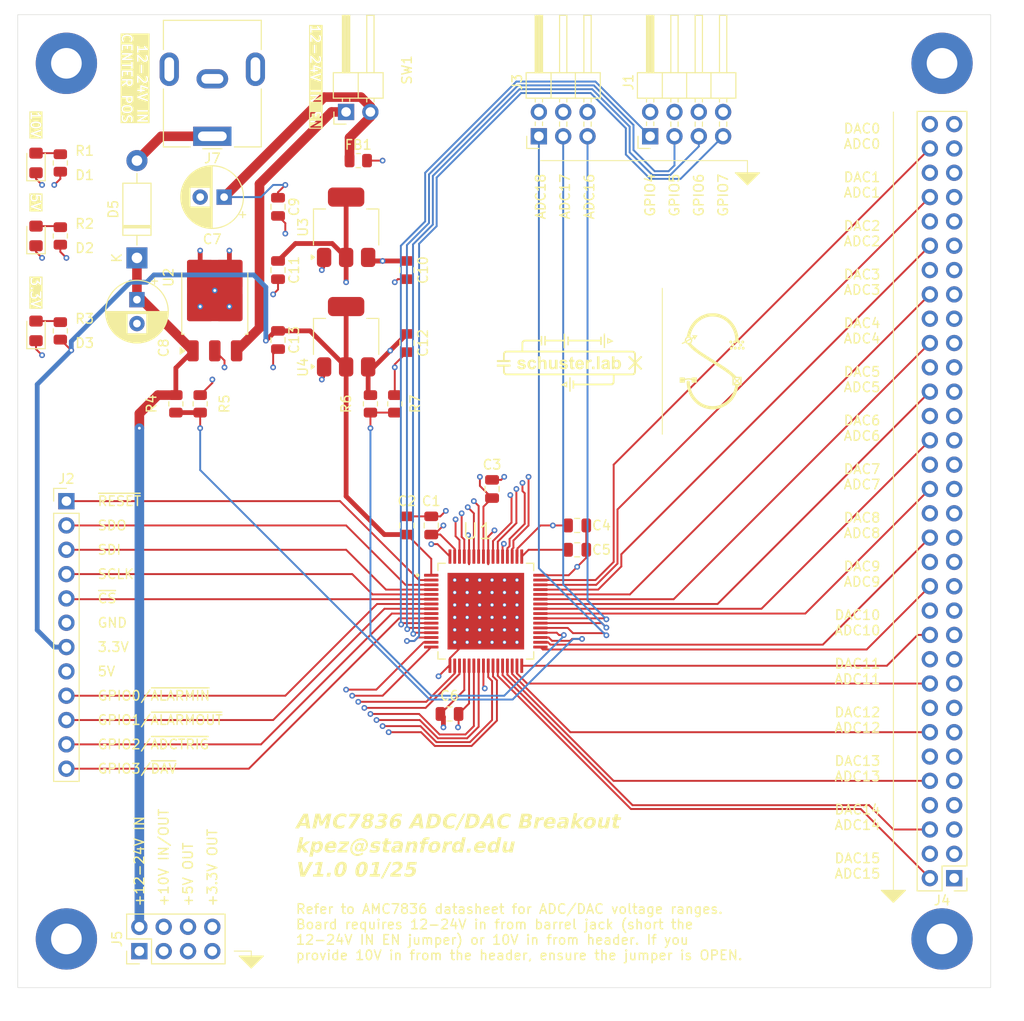
<source format=kicad_pcb>
(kicad_pcb (version 20240108) (generator "pcbnew") (generator_version "8.0")
  (layers (0 "F.Cu" signal) (1 "In1.Cu" signal) (2 "In2.Cu" signal) (3 "In3.Cu" signal) (4 "In4.Cu" signal) (31 "B.Cu" signal) (34 "B.Paste" user) (35 "F.Paste" user) (36 "B.SilkS" user "B.Silkscreen") (37 "F.SilkS" user "F.Silkscreen") (38 "B.Mask" user) (39 "F.Mask" user) (44 "Edge.Cuts" user))
  (net 0 "")
  (net 1 "GND")
  (net 2 "+5V")
  (net 3 "+3V3")
  (net 4 "+10V")
  (net 5 "Net-(U1-REF_CMP)")
  (net 6 "+36V")
  (net 7 "Net-(D1-A)")
  (net 8 "Net-(D2-A)")
  (net 9 "Net-(D3-A)")
  (net 10 "Net-(D5-A)")
  (net 11 "Net-(J2-Pin_4)")
  (net 12 "Net-(J2-Pin_12)")
  (net 13 "Net-(J2-Pin_9)")
  (net 14 "Net-(J2-Pin_3)")
  (net 15 "Net-(J2-Pin_10)")
  (net 16 "Net-(J2-Pin_11)")
  (net 17 "Net-(J2-Pin_2)")
  (net 18 "Net-(J2-Pin_5)")
  (net 19 "Net-(J2-Pin_1)")
  (net 20 "Net-(J3-Pin_1)")
  (net 21 "Net-(J3-Pin_5)")
  (net 22 "Net-(J3-Pin_3)")
  (net 23 "Net-(J1-Pin_1)")
  (net 24 "/ADC2")
  (net 25 "/ADC13")
  (net 26 "/ADC1")
  (net 27 "/DAC7")
  (net 28 "/DAC8")
  (net 29 "/DAC12")
  (net 30 "/ADC4")
  (net 31 "/DAC2")
  (net 32 "/DAC0")
  (net 33 "/DAC1")
  (net 34 "/DAC10")
  (net 35 "/ADC5")
  (net 36 "/DAC13")
  (net 37 "/ADC14")
  (net 38 "/ADC3")
  (net 39 "/DAC5")
  (net 40 "/DAC6")
  (net 41 "/ADC15")
  (net 42 "/ADC11")
  (net 43 "/DAC3")
  (net 44 "/DAC9")
  (net 45 "/ADC0")
  (net 46 "/ADC10")
  (net 47 "/ADC8")
  (net 48 "/DAC14")
  (net 49 "/DAC11")
  (net 50 "/DAC15")
  (net 51 "/ADC9")
  (net 52 "/DAC4")
  (net 53 "/ADC6")
  (net 54 "/ADC7")
  (net 55 "/ADC12")
  (net 56 "/36V_mon")
  (net 57 "/10V_mon")
  (net 58 "Net-(SW1-A)")
  (net 59 "Net-(J1-Pin_3)")
  (net 60 "Net-(J1-Pin_7)")
  (net 61 "Net-(J1-Pin_5)")
  (net 62 "Net-(SW1-B)")
  (footprint "Connector_PinHeader_2.54mm:PinHeader_2x04_P2.54mm_Vertical" (layer "F.Cu") (at 12.7 97.79 90)
    (property "Reference" "J5")
    (property "Value" "Conn_02x04_Odd_Even")
  )
  (footprint "Resistor_SMD:R_0805_2012Metric" (layer "F.Cu") (at 35.56 15.24)
    (property "Reference" "FB1")
    (property "Value" "FerriteBead")
  )
  (footprint "Resistor_SMD:R_0805_2012Metric" (layer "F.Cu") (at 4.445 23.105 90)
    (property "Reference" "R2")
    (property "Value" "10k")
  )
  (footprint "Capacitor_SMD:C_0805_2012Metric" (layer "F.Cu") (at 58.42 55.88)
    (property "Reference" "C5")
    (property "Value" "4u7")
  )
  (footprint "Capacitor_SMD:C_0805_2012Metric" (layer "F.Cu") (at 43.18 53.34 90)
    (property "Reference" "C1")
    (property "Value" "0.1u")
  )
  (footprint "LED_SMD:LED_0805_2012Metric_Pad1.15x1.40mm_HandSolder" (layer "F.Cu") (at 1.905 23.105 90)
    (property "Reference" "D2")
    (property "Value" "LED")
  )
  (footprint "Capacitor_SMD:C_0805_2012Metric" (layer "F.Cu") (at 27.178 20.066 -90)
    (property "Reference" "C9")
    (property "Value" "1 uF")
  )
  (footprint "Diode_THT:D_DO-41_SOD81_P10.16mm_Horizontal" (layer "F.Cu") (at 12.446 25.4 90)
    (property "Reference" "D5")
    (property "Value" "1N4003")
  )
  (footprint "Resistor_SMD:R_0805_2012Metric" (layer "F.Cu") (at 16.51 40.64 -90)
    (property "Reference" "R4")
    (property "Value" "47k")
  )
  (footprint "Capacitor_SMD:C_0805_2012Metric" (layer "F.Cu") (at 58.42 53.34)
    (property "Reference" "C4")
    (property "Value" "0.1u")
  )
  (footprint "Resistor_SMD:R_0805_2012Metric" (layer "F.Cu") (at 36.83 40.64 -90)
    (property "Reference" "R6")
    (property "Value" "47k")
  )
  (footprint "MountingHole:MountingHole_3.2mm_M3_Pad" (layer "F.Cu") (at 5.08 5.08)
    (property "Reference" "H1" (hide yes))
    (property "Value" "MountingHole_Pad")
  )
  (footprint "Capacitor_THT:CP_Radial_D6.3mm_P2.50mm" (layer "F.Cu") (at 21.55 19.05 180)
    (property "Reference" "C7")
    (property "Value" "22 uF")
  )
  (footprint "Connector_PinHeader_2.54mm:PinHeader_2x32_P2.54mm_Vertical" (layer "F.Cu") (at 97.79 90.17 180)
    (property "Reference" "J4")
    (property "Value" "Conn_02x32_Odd_Even")
  )
  (footprint "MountingHole:MountingHole_3.2mm_M3_Pad" (layer "F.Cu") (at 96.52 96.52)
    (property "Reference" "H4" (hide yes))
    (property "Value" "MountingHole_Pad")
  )
  (footprint "Package_TO_SOT_SMD:SOT-223-3_TabPin2" (layer "F.Cu") (at 34.29 22.2 90)
    (property "Reference" "U3")
    (property "Value" "NCP1117-5.0_SOT223")
  )
  (footprint "Resistor_SMD:R_0805_2012Metric" (layer "F.Cu") (at 19.05 40.64 90)
    (property "Reference" "R5")
    (property "Value" "4k7")
  )
  (footprint "Capacitor_SMD:C_0805_2012Metric" (layer "F.Cu") (at 27.178 33.97 -90)
    (property "Reference" "C13")
    (property "Value" "10 uF")
  )
  (footprint "Capacitor_SMD:C_0805_2012Metric" (layer "F.Cu") (at 40.64 53.34 -90)
    (property "Reference" "C2")
    (property "Value" "0.1u")
  )
  (footprint "Capacitor_SMD:C_0805_2012Metric" (layer "F.Cu") (at 49.53 49.53 90)
    (property "Reference" "C3")
    (property "Value" "0.1u")
  )
  (footprint "Connector_PinHeader_2.54mm:PinHeader_1x12_P2.54mm_Vertical" (layer "F.Cu") (at 5.08 50.8)
    (property "Reference" "J2")
    (property "Value" "Conn_01x12_Pin")
  )
  (footprint "MountingHole:MountingHole_3.2mm_M3_Pad" (layer "F.Cu") (at 96.52 5.08)
    (property "Reference" "H3" (hide yes))
    (property "Value" "MountingHole_Pad")
  )
  (footprint "Resistor_SMD:R_0805_2012Metric" (layer "F.Cu") (at 39.37 40.64 90)
    (property "Reference" "R7")
    (property "Value" "10k")
  )
  (footprint "amc7836:IC_AMC7812BSPAP" (layer "F.Cu") (at 48.88 62.29)
    (property "Reference" "U1")
    (property "Value" "AMC7836")
  )
  (footprint "lablogos:slablogo" (layer "F.Cu") (at 57.785 36.195)
    (property "Reference" "G***" (hide yes))
    (property "Value" "LOGO" (hide yes))
  )
  (footprint "Capacitor_SMD:C_0805_2012Metric" (layer "F.Cu") (at 27.178 26.67 -90)
    (property "Reference" "C11")
    (property "Value" "10 uF")
  )
  (footprint "Connector_PinHeader_2.54mm:PinHeader_2x04_P2.54mm_Horizontal" (layer "F.Cu") (at 66.04 12.7 90)
    (property "Reference" "J1")
    (property "Value" "Conn_02x04_Odd_Even")
  )
  (footprint "Capacitor_SMD:C_0805_2012Metric" (layer "F.Cu") (at 40.64 26.67 -90)
    (property "Reference" "C10")
    (property "Value" "10 uF")
  )
  (footprint "Capacitor_SMD:C_0805_2012Metric" (layer "F.Cu") (at 45.085 73.025)
    (property "Reference" "C6")
    (property "Value" "0.1u")
  )
  (footprint "lablogos:LINQSlogo" (layer "F.Cu") (at 72.39 36.195)
    (property "Reference" "G***" (hide yes))
    (property "Value" "LOGO" (hide yes))
  )
  (footprint "Package_TO_SOT_SMD:SOT-223-3_TabPin2" (layer "F.Cu") (at 34.29 33.63 90)
    (property "Reference" "U4")
    (property "Value" "NCP1117-3.3_SOT223")
  )
  (footprint "Package_TO_SOT_SMD:TO-252-3_TabPin2" (layer "F.Cu") (at 20.575 30.065 90)
    (property "Reference" "U2")
    (property "Value" "~")
  )
  (footprint "MountingHole:MountingHole_3.2mm_M3_Pad" (layer "F.Cu") (at 5.08 96.52)
    (property "Reference" "H2" (hide yes))
    (property "Value" "MountingHole_Pad")
  )
  (footprint "Resistor_SMD:R_0805_2012Metric" (layer "F.Cu") (at 4.445 33.02 90)
    (property "Reference" "R3")
    (property "Value" "10k")
  )
  (footprint "LED_SMD:LED_0805_2012Metric_Pad1.15x1.40mm_HandSolder" (layer "F.Cu") (at 1.905 33.02 90)
    (property "Reference" "D3")
    (property "Value" "LED")
  )
  (footprint "Resistor_SMD:R_0805_2012Metric" (layer "F.Cu") (at 4.445 15.485 90)
    (property "Reference" "R1")
    (property "Value" "10k")
  )
  (footprint "LED_SMD:LED_0805_2012Metric_Pad1.15x1.40mm_HandSolder" (layer "F.Cu") (at 1.905 15.485 90)
    (property "Reference" "D1")
    (property "Value" "LED")
  )
  (footprint "Capacitor_SMD:C_0805_2012Metric" (layer "F.Cu") (at 40.64 34.29 -90)
    (property "Reference" "C12")
    (property "Value" "10 uF")
  )
  (footprint "Connector_PinHeader_2.54mm:PinHeader_2x03_P2.54mm_Horizontal" (layer "F.Cu") (at 54.42 12.7 90)
    (property "Reference" "J3")
    (property "Value" "Conn_02x03_Odd_Even")
  )
  (footprint "Connector_BarrelJack:BarrelJack_CUI_PJ-063AH_Horizontal" (layer "F.Cu") (at 20.32 12.7 180)
    (property "Reference" "J7")
    (property "Value" "Barrel_Jack_MountingPin")
  )
  (footprint "Capacitor_THT:CP_Radial_D6.3mm_P2.50mm" (layer "F.Cu") (at 12.446 29.758 -90)
    (property "Reference" "C8")
    (property "Value" "22 uF")
  )
  (footprint "Connector_PinHeader_2.54mm:PinHeader_1x02_P2.54mm_Horizontal" (layer "F.Cu") (at 34.285 10.16 90)
    (property "Reference" "SW1")
    (property "Value" "SW_SPST")
  )
  (gr_line (start 76.2 15.24) (end 76.2 16.51) (stroke (width 0.1)) (layer "F.SilkS"))
  (gr_poly (pts (xy 23.114 98.298) (xy 25.654 98.298) (xy 24.384 99.568)) (stroke (width 0.1)) (fill solid) (layer "F.SilkS"))
  (gr_line (start 54.61 15.24) (end 76.2 15.24) (stroke (width 0.1)) (layer "F.SilkS"))
  (gr_line (start 24.384 97.79) (end 22.606 97.79) (stroke (width 0.1)) (layer "F.SilkS"))
  (gr_poly (pts (xy 74.93 16.51) (xy 77.47 16.51) (xy 76.2 17.78)) (stroke (width 0.1)) (fill solid) (layer "F.SilkS"))
  (gr_line (start 67.31 28.575) (end 67.31 43.815) (stroke (width 0.1)) (layer "F.SilkS"))
  (gr_poly (pts (xy 90.17 91.44) (xy 92.71 91.44) (xy 91.44 92.71)) (stroke (width 0.1)) (fill solid) (layer "F.SilkS"))
  (gr_line (start 24.384 97.79) (end 24.384 98.298) (stroke (width 0.1)) (layer "F.SilkS"))
  (gr_line (start 91.44 10.16) (end 91.44 91.44) (stroke (width 0.1)) (layer "F.SilkS"))
  (gr_rect (start 0 0) (end 101.6 101.6) (stroke (width 0.05)) (fill none) (layer "Edge.Cuts"))
  (gr_text "Refer to AMC7836 datasheet for ADC/DAC voltage ranges.\nBoard requires 12-24V in from barrel jack (short the \n12-24V IN EN jumper) or 10V in from header. If you \nprovide 10V in from the header, ensure the jumper is OPEN.\n" (at 28.956 98.806 0) (layer "F.SilkS") (effects (font (size 1 1)) (justify left bottom)))
  (gr_text "12-24V IN\nCENTER POS" (at 10.795 11.43 270) (layer "F.SilkS" knockout) (effects (font (size 1 1)) (justify right bottom)))
  (gr_text "+12-24V IN" (at 12.7 93.218 90) (layer "F.SilkS") (effects (font (size 1 1)) (justify left)))
  (gr_text "DAC8\nADC8\n" (at 90.17 53.34 0) (layer "F.SilkS") (effects (font (size 1 1)) (justify right)))
  (gr_text "DAC1\nADC1\n" (at 90.17 17.78 0) (layer "F.SilkS") (effects (font (size 1 1)) (justify right)))
  (gr_text "GPIO1/~{ALARMOUT}" (at 8.255 73.66 0) (layer "F.SilkS") (effects (font (size 1 1)) (justify left)))
  (gr_text "GPIO3/~{DAV}" (at 8.255 78.74 0) (layer "F.SilkS") (effects (font (size 1 1)) (justify left)))
  (gr_text "DAC14\nADC14" (at 90.17 83.82 0) (layer "F.SilkS") (effects (font (size 1 1)) (justify right)))
  (gr_text "ADC16" (at 59.69 16.51 90) (layer "F.SilkS") (effects (font (size 1 1)) (justify right)))
  (gr_text "DAC5\nADC5\n" (at 90.17 38.1 0) (layer "F.SilkS") (effects (font (size 1 1)) (justify right)))
  (gr_text "DAC4\nADC4\n" (at 90.17 33.02 0) (layer "F.SilkS") (effects (font (size 1 1)) (justify right)))
  (gr_text "GND" (at 8.255 63.5 0) (layer "F.SilkS") (effects (font (size 1 1)) (justify left)))
  (gr_text "3.3V" (at 8.255 66.04 0) (layer "F.SilkS") (effects (font (size 1 1)) (justify left)))
  (gr_text "+5V OUT" (at 17.78 93.218 90) (layer "F.SilkS") (effects (font (size 1 1)) (justify left)))
  (gr_text "+3.3V OUT" (at 20.32 93.218 90) (layer "F.SilkS") (effects (font (size 1 1)) (justify left)))
  (gr_text "~{CS}" (at 8.255 60.96 0) (layer "F.SilkS") (effects (font (size 1 1)) (justify left)))
  (gr_text "DAC12\nADC12\n" (at 90.17 73.66 0) (layer "F.SilkS") (effects (font (size 1 1)) (justify right)))
  (gr_text "AMC7836 ADC/DAC Breakout\nkpez@stanford.edu\nV1.0 01/25" (at 28.956 86.868 0) (layer "F.SilkS") (effects (font (size 1.5 1.5) (thickness 0.3) (bold yes) (italic yes)) (justify left)))
  (gr_text "DAC11\nADC11\n" (at 90.17 68.58 0) (layer "F.SilkS") (effects (font (size 1 1)) (justify right)))
  (gr_text "3.3V" (at 1.27 30.725 270) (layer "F.SilkS" knockout) (effects (font (size 1 1)) (justify right bottom)))
  (gr_text "DAC9\nADC9\n" (at 90.17 58.42 0) (layer "F.SilkS") (effects (font (size 1 1)) (justify right)))
  (gr_text "~{RESET}" (at 8.255 50.8 0) (layer "F.SilkS") (effects (font (size 1 1)) (justify left)))
  (gr_text "DAC3\nADC3\n" (at 90.17 27.94 0) (layer "F.SilkS") (effects (font (size 1 1)) (justify right)))
  (gr_text "+10V IN/OUT" (at 15.24 93.218 90) (layer "F.SilkS") (effects (font (size 1 1)) (justify left)))
  (gr_text "SDI" (at 8.255 55.88 0) (layer "F.SilkS") (effects (font (size 1 1)) (justify left)))
  (gr_text "GPIO0/~{ALARMIN}" (at 8.255 71.12 0) (layer "F.SilkS") (effects (font (size 1 1)) (justify left)))
  (gr_text "GPIO5" (at 68.58 16.51 90) (layer "F.SilkS") (effects (font (size 1 1)) (justify right)))
  (gr_text "DAC6\nADC6" (at 90.17 43.18 0) (layer "F.SilkS") (effects (font (size 1 1)) (justify right)))
  (gr_text "ADC18" (at 54.61 16.51 90) (layer "F.SilkS") (effects (font (size 1 1)) (justify right)))
  (gr_text "10V" (at 1.27 12.945 -90) (layer "F.SilkS" knockout) (effects (font (size 1 1)) (justify right bottom)))
  (gr_text "5V" (at 1.27 20.565 270) (layer "F.SilkS" knockout) (effects (font (size 1 1)) (justify right bottom)))
  (gr_text "12-24V IN EN" (at 30.48 12.065 270) (layer "F.SilkS" knockout) (effects (font (size 1 1)) (justify right bottom)))
  (gr_text "5V" (at 8.255 68.58 0) (layer "F.SilkS") (effects (font (size 1 1)) (justify left)))
  (gr_text "DAC0\nADC0\n" (at 90.17 12.7 0) (layer "F.SilkS") (effects (font (size 1 1)) (justify right)))
  (gr_text "DAC2\nADC2\n" (at 90.17 22.86 0) (layer "F.SilkS") (effects (font (size 1 1)) (justify right)))
  (gr_text "GPIO6" (at 71.12 16.51 90) (layer "F.SilkS") (effects (font (size 1 1)) (justify right)))
  (gr_text "SCLK" (at 8.255 58.42 0) (layer "F.SilkS") (effects (font (size 1 1)) (justify left)))
  (gr_text "DAC13\nADC13" (at 90.17 78.74 0) (layer "F.SilkS") (effects (font (size 1 1)) (justify right)))
  (gr_text "DAC15\nADC15" (at 90.17 88.9 0) (layer "F.SilkS") (effects (font (size 1 1)) (justify right)))
  (gr_text "ADC17" (at 57.15 16.51 90) (layer "F.SilkS") (effects (font (size 1 1)) (justify right)))
  (gr_text "DAC7\nADC7" (at 90.17 48.26 0) (layer "F.SilkS") (effects (font (size 1 1)) (justify right)))
  (gr_text "DAC10\nADC10\n" (at 90.17 63.5 0) (layer "F.SilkS") (effects (font (size 1 1)) (justify right)))
  (gr_text "GPIO2/~{ADCTRIG}" (at 8.255 76.2 0) (layer "F.SilkS") (effects (font (size 1 1)) (justify left)))
  (gr_text "SDO" (at 8.255 53.34 0) (layer "F.SilkS") (effects (font (size 1 1)) (justify left)))
  (gr_text "GPIO7" (at 73.66 16.51 90) (layer "F.SilkS") (effects (font (size 1 1)) (justify right)))
  (gr_text "GPIO4" (at 66.04 16.51 90) (layer "F.SilkS") (effects (font (size 1 1)) (justify right)))
  (segment (start 47.137107 63.74) (end 47.73 63.147107) (width 0.2) (layer "F.Cu") (net 1))
  (segment (start 49.13 56.59) (end 49.13 57.384968) (width 0.2) (layer "F.Cu") (net 1))
  (segment (start 39.69 27.62) (end 39.37 27.94) (width 0.2) (layer "F.Cu") (net 1))
  (segment (start 45.04 67.99) (end 43.942 69.088) (width 0.2) (layer "F.Cu") (net 1))
  (segment (start 27.178 27.62) (end 27.178 28.702) (width 0.2) (layer "F.Cu") (net 1))
  (segment (start 50.48 48.58) (end 50.8 48.26) (width 0.2) (layer "F.Cu") (net 1))
  (segment (start 19.05 39.7275) (end 20.32 38.4575) (width 0.2) (layer "F.Cu") (net 1))
  (segment (start 50.63 55.380816) (end 50.63 56.59) (width 0.2) (layer "F.Cu") (net 1))
  (segment (start 40.64 27.62) (end 39.69 27.62) (width 0.2) (layer "F.Cu") (net 1))
  (segment (start 57.538 58.54) (end 58.42 57.658) (width 0.2) (layer "F.Cu") (net 1))
  (segment (start 40.64 52.39) (end 43.18 52.39) (width 0.2) (layer "F.Cu") (net 1))
  (segment (start 47.73 63.147107) (end 47.73 62.732893) (width 0.2) (layer "F.Cu") (net 1))
  (segment (start 45.13 67.99) (end 45.04 67.99) (width 0.2) (layer "F.Cu") (net 1))
  (segment (start 49.13 54.502) (end 49.784 53.848) (width 0.2) (layer "F.Cu") (net 1))
  (segment (start 1.905 24.765) (end 2.54 25.4) (width 0.2) (layer "F.Cu") (net 1))
  (segment (start 50.759704 55.251112) (end 50.63 55.380816) (width 0.2) (layer "F.Cu") (net 1))
  (segment (start 48.172893 62.29) (end 48.88 62.29) (width 0.2) (layer "F.Cu") (net 1))
  (segment (start 27.178 34.92) (end 26.67 35.428) (width 0.2) (layer "F.Cu") (net 1))
  (segment (start 27.178 28.702) (end 26.67 29.21) (width 0.2) (layer "F.Cu") (net 1))
  (segment (start 27.178 21.016) (end 27.94 21.778) (width 0.2) (layer "F.Cu") (net 1))
  (segment (start 1.905 34.925) (end 2.54 35.56) (width 0.2) (layer "F.Cu") (net 1))
  (segment (start 39.37 39.7275) (end 39.37 36.83) (width 0.2) (layer "F.Cu") (net 1))
  (segment (start 47.13 67.99) (end 47.13 71.93) (width 0.2) (layer "F.Cu") (net 1))
  (segment (start 45.13 67.99) (end 45.13 67.195032) (width 0.2) (layer "F.Cu") (net 1))
  (segment (start 54.58 58.54) (end 57.538 58.54) (width 0.2) (layer "F.Cu") (net 1))
  (segment (start 20.575 35.105) (end 21.59 36.12) (width 0.2) (layer "F.Cu") (net 1))
  (segment (start 1.905 34.045) (end 1.905 34.925) (width 0.2) (layer "F.Cu") (net 1))
  (segment (start 44.13 52.39) (end 44.704 51.816) (width 0.2) (layer "F.Cu") (net 1))
  (segment (start 31.99 26.43) (end 31.75 26.67) (width 0.2) (layer "F.Cu") (net 1))
  (segment (start 43.18 52.39) (end 44.13 52.39) (width 0.2) (layer "F.Cu") (net 1))
  (segment (start 59.37 56.708) (end 58.42 57.658) (width 0.2) (layer "F.Cu") (net 1))
  (segment (start 46.43 65.895032) (end 46.43 64.032893) (width 0.2) (layer "F.Cu") (net 1))
  (segment (start 48.63 70.22) (end 48.768 70.358) (width 0.2) (layer "F.Cu") (net 1))
  (segment (start 27.94 21.778) (end 27.94 22.86) (width 0.2) (layer "F.Cu") (net 1))
  (segment (start 1.905 16.51) (end 1.905 17.145) (width 0.2) (layer "F.Cu") (net 1))
  (segment (start 26.67 35.428) (end 26.67 36.83) (width 0.2) (layer "F.Cu") (net 1))
  (segment (start 40.64 35.24) (end 39.37 36.51) (width 0.2) (layer "F.Cu") (net 1))
  (segment (start 45.13 56.59) (end 43.83 55.29) (width 0.2) (layer "F.Cu") (net 1))
  (segment (start 47.13 57.384968) (end 47.13 54.456) (width 0.2) (layer "F.Cu") (net 1))
  (segment (start 21.59 36.12) (end 21.59 36.83) (width 0.2) (layer "F.Cu") (net 1))
  (segment (start 59.37 55.88) (end 59.37 56.708) (width 0.2) (layer "F.Cu") (net 1))
  (segment (start 20.32 38.4575) (end 20.32 38.1) (width 0.2) (layer "F.Cu") (net 1))
  (segment (start 22.1 24.64) (end 22.098 24.638) (width 0.5) (layer "F.Cu") (net 1))
  (segment (start 46.43 64.032893) (end 46.722893 63.74) (width 0.2) (layer "F.Cu") (net 1))
  (segment (start 59.37 53.34) (end 59.37 55.88) (width 0.2) (layer "F.Cu") (net 1))
  (segment (start 19.05 27.13) (end 19.05 24.638) (width 0.5) (layer "F.Cu") (net 1))
  (segment (start 31.99 37.86) (end 31.75 38.1) (width 0.2) (layer "F.Cu") (net 1))
  (segment (start 47.13 71.93) (end 46.035 73.025) (width 0.2) (layer "F.Cu") (net 1))
  (segment (start 47.13 56.59) (end 47.13 57.384968) (width 0.2) (layer "F.Cu") (net 1))
  (segment (start 1.905 17.145) (end 2.54 17.78) (width 0.2) (layer "F.Cu") (net 1))
  (segment (start 45.13 67.195032) (end 46.43 65.895032) (width 0.2) (layer "F.Cu") (net 1))
  (segment (start 48.63 67.99) (end 48.63 70.22) (width 0.2) (layer "F.Cu") (net 1))
  (segment (start 46.035 74.361) (end 45.974 74.422) (width 0.2) (layer "F.Cu") (net 1))
  (segment (start 31.99 25.35) (end 31.99 26.43) (width 0.2) (layer "F.Cu") (net 1))
  (segment (start 47.13 54.456) (end 47.03 54.356) (width 0.2) (layer "F.Cu") (net 1))
  (segment (start 22.1 27.13) (end 22.1 24.64) (width 0.5) (layer "F.Cu") (net 1))
  (segment (start 43.83 55.29) (end 43.18 55.29) (width 0.2) (layer "F.Cu") (net 1))
  (segment (start 46.035 73.025) (end 46.035 74.361) (width 0.2) (layer "F.Cu") (net 1))
  (segment (start 31.99 36.78) (end 31.99 37.86) (width 0.2) (layer "F.Cu") (net 1))
  (segment (start 47.73 62.732893) (end 48.172893 62.29) (width 0.2) (layer "F.Cu") (net 1))
  (segment (start 49.13 57.384968) (end 49.13 54.502) (width 0.2) (layer "F.Cu") (net 1))
  (segment (start 39.37 36.51) (end 39.37 36.83) (width 0.2) (layer "F.Cu") (net 1))
  (segment (start 46.722893 63.74) (end 47.137107 63.74) (width 0.2) (layer "F.Cu") (net 1))
  (segment (start 1.905 24.13) (end 1.905 24.765) (width 0.2) (layer "F.Cu") (net 1))
  (segment (start 49.53 48.58) (end 50.48 48.58) (width 0.2) (layer "F.Cu") (net 1))
  (via (at 39.37 36.83) (size 0.6) (drill 0.3) (layers "F.Cu" "B.Cu") (net 1))
  (via (at 21.59 36.83) (size 0.6) (drill 0.3) (layers "F.Cu" "B.Cu") (net 1))
  (via (at 19.05 30.48) (size 0.6) (drill 0.3) (layers "F.Cu" "B.Cu") (net 1))
  (via (at 58.42 57.658) (size 0.6) (drill 0.3) (layers "F.Cu" "B.Cu") (net 1))
  (via (at 22.1 30.48) (size 0.6) (drill 0.3) (layers "F.Cu" "B.Cu") (net 1))
  (via (at 43.18 55.29) (size 0.6) (drill 0.3) (layers "F.Cu" "B.Cu") (net 1))
  (via (at 45.974 74.422) (size 0.6) (drill 0.3) (layers "F.Cu" "B.Cu") (net 1))
  (via (at 39.37 27.94) (size 0.6) (drill 0.3) (layers "F.Cu" "B.Cu") (net 1))
  (via (at 22.098 24.638) (size 0.6) (drill 0.3) (layers "F.Cu" "B.Cu") (net 1))
  (via (at 2.54 17.78) (size 0.6) (drill 0.3) (layers "F.Cu" "B.Cu") (net 1))
  (via (at 47.03 54.356) (size 0.6) (drill 0.3) (layers "F.Cu" "B.Cu") (net 1))
  (via (at 2.54 35.56) (size 0.6) (drill 0.3) (layers "F.Cu" "B.Cu") (net 1))
  (via (at 27.94 22.86) (size 0.6) (drill 0.3) (layers "F.Cu" "B.Cu") (net 1))
  (via (at 26.67 29.21) (size 0.6) (drill 0.3) (layers "F.Cu" "B.Cu") (net 1))
  (via (at 44.704 51.816) (size 0.6) (drill 0.3) (layers "F.Cu" "B.Cu") (net 1))
  (via (at 50.759704 55.251112) (size 0.6) (drill 0.3) (layers "F.Cu" "B.Cu") (net 1))
  (via (at 49.784 53.848) (size 0.6) (drill 0.3) (layers "F.Cu" "B.Cu") (net 1))
  (via (at 20.575 28.805) (size 0.6) (drill 0.3) (layers "F.Cu" "B.Cu") (net 1))
  (via (at 20.32 38.1) (size 0.6) (drill 0.3) (layers "F.Cu" "B.Cu") (net 1))
  (via (at 31.75 26.67) (size 0.6) (drill 0.3) (layers "F.Cu" "B.Cu") (net 1))
  (via (at 43.942 69.088) (size 0.6) (drill 0.3) (layers "F.Cu" "B.Cu") (net 1))
  (via (at 19.05 24.638) (size 0.6) (drill 0.3) (layers "F.Cu" "B.Cu") (net 1))
  (via (at 26.67 36.83) (size 0.6) (drill 0.3) (layers "F.Cu" "B.Cu") (net 1))
  (via (at 2.54 25.4) (size 0.6) (drill 0.3) (layers "F.Cu" "B.Cu") (net 1))
  (via (at 48.768 70.358) (size 0.6) (drill 0.3) (layers "F.Cu" "B.Cu") (net 1))
  (via (at 50.8 48.26) (size 0.6) (drill 0.3) (layers "F.Cu" "B.Cu") (net 1))
  (via (at 31.75 38.1) (size 0.6) (drill 0.3) (layers "F.Cu" "B.Cu") (net 1))
  (segment (start 4.445 24.765) (end 5.08 25.4) (width 0.2) (layer "F.Cu") (net 2))
  (segment (start 34.29 25.35) (end 32.84 23.9) (width 0.5) (layer "F.Cu") (net 2))
  (segment (start 44.124968 54.29) (end 43.18 54.29) (width 0.2) (layer "F.Cu") (net 2))
  (segment (start 34.29 19.05) (end 34.29 25.35) (width 0.5) (layer "F.Cu") (net 2))
  (segment (start 52.18 56.54) (end 52.18 55.745032) (width 0.2) (layer "F.Cu") (net 2))
  (segment (start 34.29 25.35) (end 34.29 27.94) (width 0.5) (layer "F.Cu") (net 2))
  (segment (start 52.18 55.745032) (end 54.585032 53.34) (width 0.2) (layer "F.Cu") (net 2))
  (segment (start 28.998 23.9) (end 27.178 25.72) (width 0.5) (layer "F.Cu") (net 2))
  (segment (start 45.63 56.59) (end 45.63 55.795032) (width 0.2) (layer "F.Cu") (net 2))
  (segment (start 43.5 54.29) (end 44.45 53.34) (width 0.2) (layer "F.Cu") (net 2))
  (segment (start 54.585032 53.34) (end 55.88 53.34) (width 0.2) (layer "F.Cu") (net 2))
  (segment (start 52.13 56.59) (end 52.18 56.54) (width 0.2) (layer "F.Cu") (net 2))
  (segment (start 4.445 24.0175) (end 4.445 24.765) (width 0.2) (layer "F.Cu") (net 2))
  (segment (start 57.47 53.34) (end 55.88 53.34) (width 0.2) (layer "F.Cu") (net 2))
  (segment (start 43.18 54.29) (end 43.5 54.29) (width 0.2) (layer "F.Cu") (net 2))
  (segment (start 45.63 55.795032) (end 44.124968 54.29) (width 0.2) (layer "F.Cu") (net 2))
  (segment (start 32.84 23.9) (end 28.998 23.9) (width 0.5) (layer "F.Cu") (net 2))
  (via (at 34.29 27.94) (size 0.6) (drill 0.3) (layers "F.Cu" "B.Cu") (net 2))
  (via (at 5.08 25.4) (size 0.6) (drill 0.3) (layers "F.Cu" "B.Cu") (net 2))
  (via (at 44.45 53.34) (size 0.6) (drill 0.3) (layers "F.Cu" "B.Cu") (net 2))
  (via (at 55.88 53.34) (size 0.6) (drill 0.3) (layers "F.Cu" "B.Cu") (net 2))
  (segment (start 34.29 36.78) (end 34.29 50.292) (width 0.5) (layer "F.Cu") (net 3))
  (segment (start 43.18 56.83) (end 43.18 58.54) (width 0.2) (layer "F.Cu") (net 3))
  (segment (start 34.29 36.78) (end 30.53 33.02) (width 0.5) (layer "F.Cu") (net 3))
  (segment (start 40.64 54.29) (end 43.18 56.83) (width 0.2) (layer "F.Cu") (net 3))
  (segment (start 30.53 33.02) (end 27.178 33.02) (width 0.5) (layer "F.Cu") (net 3))
  (segment (start 34.29 30.48) (end 34.29 36.78) (width 0.5) (layer "F.Cu") (net 3))
  (segment (start 26.924 33.02) (end 25.908 34.036) (width 0.5) (layer "F.Cu") (net 3))
  (segment (start 4.4685 33.9325) (end 5.588 35.052) (width 0.2) (layer "F.Cu") (net 3))
  (segment (start 34.29 50.292) (end 38.288 54.29) (width 0.5) (layer "F.Cu") (net 3))
  (segment (start 38.288 54.29) (end 40.64 54.29) (width 0.5) (layer "F.Cu") (net 3))
  (segment (start 4.445 33.9325) (end 4.4685 33.9325) (width 0.2) (layer "F.Cu") (net 3))
  (segment (start 27.178 33.02) (end 26.924 33.02) (width 0.5) (layer "F.Cu") (net 3))
  (via (at 25.908 34.036) (size 0.6) (drill 0.3) (layers "F.Cu" "B.Cu") (net 3))
  (via (at 5.588 35.052) (size 0.6) (drill 0.3) (layers "F.Cu" "B.Cu") (net 3))
  (segment (start 5.588 34.116) (end 5.588 35.052) (width 0.5) (layer "B.Cu") (net 3))
  (segment (start 25.908 28.448) (end 24.638 27.178) (width 0.5) (layer "B.Cu") (net 3))
  (segment (start 2.032 38.608) (end 5.588 35.052) (width 0.5) (layer "B.Cu") (net 3))
  (segment (start 24.638 27.178) (end 14.224 27.178) (width 0.5) (layer "B.Cu") (net 3))
  (segment (start 14.224 27.178) (end 13.462 27.94) (width 0.5) (layer "B.Cu") (net 3))
  (segment (start 5.08 66.04) (end 3.81 66.04) (width 0.5) (layer "B.Cu") (net 3))
  (segment (start 13.462 27.94) (end 11.764 27.94) (width 0.5) (layer "B.Cu") (net 3))
  (segment (start 25.908 34.036) (end 25.908 28.448) (width 0.5) (layer "B.Cu") (net 3))
  (segment (start 2.032 64.262) (end 2.032 38.608) (width 0.5) (layer "B.Cu") (net 3))
  (segment (start 3.81 66.04) (end 2.032 64.262) (width 0.5) (layer "B.Cu") (net 3))
  (segment (start 11.764 27.94) (end 5.588 34.116) (width 0.5) (layer "B.Cu") (net 3))
  (segment (start 4.445 17.145) (end 3.81 17.78) (width 0.2) (layer "F.Cu") (net 4))
  (segment (start 44.45 74.422) (end 44.45 73.34) (width 0.5) (layer "F.Cu") (net 4))
  (segment (start 36.59 39.4875) (end 36.83 39.7275) (width 0.5) (layer "F.Cu") (net 4))
  (segment (start 46.63 70.53) (end 46.63 67.99) (width 0.2) (layer "F.Cu") (net 4))
  (segment (start 44.135 73.025) (end 46.63 70.53) (width 0.2) (layer "F.Cu") (net 4))
  (segment (start 49.53 50.48) (end 48.63 51.38) (width 0.2) (layer "F.Cu") (net 4))
  (segment (start 48.63 51.38) (end 48.63 56.59) (width 0.2) (layer "F.Cu") (net 4))
  (segment (start 36.59 36.78) (end 37.2 36.78) (width 0.5) (layer "F.Cu") (net 4))
  (segment (start 40.64 25.72) (end 36.96 25.72) (width 0.5) (layer "F.Cu") (net 4))
  (segment (start 4.445 16.3975) (end 4.445 17.145) (width 0.2) (layer "F.Cu") (net 4))
  (segment (start 48.26 49.21) (end 48.26 48.26) (width 0.2) (layer "F.Cu") (net 4))
  (segment (start 36.4725 15.24) (end 38.1 15.24) (width 0.2) (layer "F.Cu") (net 4))
  (segment (start 40.64 33.34) (end 38.895 35.085) (width 0.5) (layer "F.Cu") (net 4))
  (segment (start 37.2 36.78) (end 38.895 35.085) (width 0.5) (layer "F.Cu") (net 4))
  (segment (start 36.96 25.72) (end 36.59 25.35) (width 0.5) (layer "F.Cu") (net 4))
  (segment (start 38.1 25.72) (end 36.96 25.72) (width 0.5) (layer "F.Cu") (net 4))
  (segment (start 49.53 50.48) (end 48.26 49.21) (width 0.2) (layer "F.Cu") (net 4))
  (segment (start 36.59 36.78) (end 36.59 39.4875) (width 0.5) (layer "F.Cu") (net 4))
  (segment (start 44.45 73.34) (end 44.135 73.025) (width 0.5) (layer "F.Cu") (net 4))
  (via (at 44.45 74.422) (size 0.6) (drill 0.3) (layers "F.Cu" "B.Cu") (net 4))
  (via (at 38.895 35.085) (size 0.6) (drill 0.3) (layers "F.Cu" "B.Cu") (net 4))
  (via (at 38.1 25.72) (size 0.6) (drill 0.3) (layers "F.Cu" "B.Cu") (net 4))
  (via (at 48.26 48.26) (size 0.6) (drill 0.3) (layers "F.Cu" "B.Cu") (net 4))
  (via (at 38.1 15.24) (size 0.6) (drill 0.3) (layers "F.Cu" "B.Cu") (net 4))
  (via (at 3.81 17.78) (size 0.6) (drill 0.3) (layers "F.Cu" "B.Cu") (net 4))
  (segment (start 53.34 55.88) (end 57.47 55.88) (width 0.2) (layer "F.Cu") (net 5))
  (segment (start 52.63 56.59) (end 53.34 55.88) (width 0.2) (layer "F.Cu") (net 5))
  (segment (start 12.948 29.758) (end 18.295 35.105) (width 1) (layer "F.Cu") (net 6))
  (segment (start 12.446 25.4) (end 12.446 29.758) (width 1) (layer "F.Cu") (net 6))
  (segment (start 12.7 43.18) (end 12.7 41.656) (width 1) (layer "F.Cu") (net 6))
  (segment (start 16.51 39.7275) (end 16.51 36.89) (width 0.5) (layer "F.Cu") (net 6))
  (segment (start 14.6285 39.7275) (end 16.51 39.7275) (width 1) (layer "F.Cu") (net 6))
  (segment (start 12.446 29.758) (end 12.948 29.758) (width 1) (layer "F.Cu") (net 6))
  (segment (start 12.7 41.656) (end 14.6285 39.7275) (width 1) (layer "F.Cu") (net 6))
  (segment (start 16.51 36.89) (end 18.295 35.105) (width 0.5) (layer "F.Cu") (net 6))
  (via (at 12.7 43.18) (size 0.6) (drill 0.3) (layers "F.Cu" "B.Cu") (net 6))
  (segment (start 12.7 95.25) (end 12.7 43.18) (width 1) (layer "B.Cu") (net 6))
  (segment (start 4.3325 14.46) (end 4.445 14.5725) (width 0.2) (layer "F.Cu") (net 7))
  (segment (start 1.905 14.46) (end 4.3325 14.46) (width 0.2) (layer "F.Cu") (net 7))
  (segment (start 4.3325 22.08) (end 4.445 22.1925) (width 0.2) (layer "F.Cu") (net 8))
  (segment (start 1.905 22.08) (end 4.3325 22.08) (width 0.2) (layer "F.Cu") (net 8))
  (segment (start 4.3325 31.995) (end 4.445 32.1075) (width 0.2) (layer "F.Cu") (net 9))
  (segment (start 1.905 31.995) (end 4.3325 31.995) (width 0.2) (layer "F.Cu") (net 9))
  (segment (start 14.986 12.7) (end 12.446 15.24) (width 1) (layer "F.Cu") (net 10))
  (segment (start 20.32 12.7) (end 14.986 12.7) (width 1) (layer "F.Cu") (net 10))
  (segment (start 34.925 58.42) (end 5.08 58.42) (width 0.2) (layer "F.Cu") (net 11))
  (segment (start 43.18 60.54) (end 37.045 60.54) (width 0.2) (layer "F.Cu") (net 11))
  (segment (start 37.045 60.54) (end 34.925 58.42) (width 0.2) (layer "F.Cu") (net 11))
  (segment (start 24.13 78.74) (end 5.08 78.74) (width 0.2) (layer "F.Cu") (net 12))
  (segment (start 43.18 63.04) (end 39.83 63.04) (width 0.2) (layer "F.Cu") (net 12))
  (segment (start 39.83 63.04) (end 24.13 78.74) (width 0.2) (layer "F.Cu") (net 12))
  (segment (start 27.94 71.12) (end 5.08 71.12) (width 0.2) (layer "F.Cu") (net 13))
  (segment (start 37.52 61.54) (end 27.94 71.12) (width 0.2) (layer "F.Cu") (net 13))
  (segment (start 43.18 61.54) (end 37.52 61.54) (width 0.2) (layer "F.Cu") (net 13))
  (segment (start 38.45 60.04) (end 34.29 55.88) (width 0.2) (layer "F.Cu") (net 14))
  (segment (start 43.18 60.04) (end 38.45 60.04) (width 0.2) (layer "F.Cu") (net 14))
  (segment (start 34.29 55.88) (end 5.08 55.88) (width 0.2) (layer "F.Cu") (net 14))
  (segment (start 26.67 73.66) (end 5.08 73.66) (width 0.2) (layer "F.Cu") (net 15))
  (segment (start 43.18 62.04) (end 38.29 62.04) (width 0.2) (layer "F.Cu") (net 15))
  (segment (start 38.29 62.04) (end 26.67 73.66) (width 0.2) (layer "F.Cu") (net 15))
  (segment (start 5.08 76.2) (end 25.4 76.2) (width 0.2) (layer "F.Cu") (net 16))
  (segment (start 25.4 76.2) (end 39.06 62.54) (width 0.2) (layer "F.Cu") (net 16))
  (segment (start 39.06 62.54) (end 43.18 62.54) (width 0.2) (layer "F.Cu") (net 16))
  (segment (start 34.29 53.34) (end 5.08 53.34) (width 0.2) (layer "F.Cu") (net 17))
  (segment (start 40.49 59.54) (end 34.29 53.34) (width 0.2) (layer "F.Cu") (net 17))
  (segment (start 43.18 59.54) (end 40.49 59.54) (width 0.2) (layer "F.Cu") (net 17))
  (segment (start 5.16 61.04) (end 5.08 60.96) (width 0.2) (layer "F.Cu") (net 18))
  (segment (start 43.18 61.04) (end 5.16 61.04) (width 0.2) (layer "F.Cu") (net 18))
  (segment (start 33.655 50.8) (end 5.08 50.8) (width 0.2) (layer "F.Cu") (net 19))
  (segment (start 41.895 59.04) (end 33.655 50.8) (width 0.2) (layer "F.Cu") (net 19))
  (segment (start 43.18 59.04) (end 41.895 59.04) (width 0.2) (layer "F.Cu") (net 19))
  (segment (start 57.982 64.586) (end 57.436 64.04) (width 0.2) (layer "F.Cu") (net 20))
  (segment (start 61.245997 64.586) (end 57.982 64.586) (width 0.2) (layer "F.Cu") (net 20))
  (segment (start 57.436 64.04) (end 54.58 64.04) (width 0.2) (layer "F.Cu") (net 20))
  (segment (start 61.468 64.808003) (end 61.245997 64.586) (width 0.2) (layer "F.Cu") (net 20))
  (via (at 61.468 64.808003) (size 0.6) (drill 0.3) (layers "F.Cu" "B.Cu") (net 20))
  (segment (start 61.468 64.808003) (end 61.267997 64.608) (width 0.2) (layer "B.Cu") (net 20))
  (segment (start 54.42 57.808529) (end 54.42 12.7) (width 0.2) (layer "B.Cu") (net 20))
  (segment (start 61.267997 64.608) (end 61.219471 64.608) (width 0.2) (layer "B.Cu") (net 20))
  (segment (start 61.219471 64.608) (end 54.42 57.808529) (width 0.2) (layer "B.Cu") (net 20))
  (segment (start 61.368 63.04) (end 54.58 63.04) (width 0.2) (layer "F.Cu") (net 21))
  (segment (start 61.468 63.14) (end 61.368 63.04) (width 0.2) (layer "F.Cu") (net 21))
  (via (at 61.468 63.14) (size 0.6) (drill 0.3) (layers "F.Cu" "B.Cu") (net 21))
  (segment (start 59.5 61.172) (end 59.5 12.7) (width 0.2) (layer "B.Cu") (net 21))
  (segment (start 61.468 63.14) (end 59.5 61.172) (width 0.2) (layer "B.Cu") (net 21))
  (segment (start 61 63.54) (end 54.58 63.54) (width 0.2) (layer "F.Cu") (net 22))
  (segment (start 61.468 64.008) (end 61 63.54) (width 0.2) (layer "F.Cu") (net 22))
  (via (at 61.468 64.008) (size 0.6) (drill 0.3) (layers "F.Cu" "B.Cu") (net 22))
  (segment (start 61.468 64.008) (end 56.96 59.5) (width 0.2) (layer "B.Cu") (net 22))
  (segment (start 56.96 59.5) (end 56.96 12.7) (width 0.2) (layer "B.Cu") (net 22))
  (segment (start 40.04 63.678528) (end 40.178528 63.54) (width 0.2) (layer "F.Cu") (net 23))
  (segment (start 40.178528 63.54) (end 43.18 63.54) (width 0.2) (layer "F.Cu") (net 23))
  (via (at 40.04 63.678528) (size 0.6) (drill 0.3) (layers "F.Cu" "B.Cu") (net 23))
  (segment (start 40.005 63.643528) (end 40.005 24.13) (width 0.2) (layer "B.Cu") (net 23))
  (segment (start 40.005 24.13) (end 42.545 21.59) (width 0.2) (layer "B.Cu") (net 23))
  (segment (start 42.545 16.51) (end 52.07 6.985) (width 0.2) (layer "B.Cu") (net 23))
  (segment (start 42.545 21.59) (end 42.545 16.51) (width 0.2) (layer "B.Cu") (net 23))
  (segment (start 40.04 63.678528) (end 40.005 63.643528) (width 0.2) (layer "B.Cu") (net 23))
  (segment (start 60.325 6.985) (end 66.04 12.7) (width 0.2) (layer "B.Cu") (net 23))
  (segment (start 52.07 6.985) (end 60.325 6.985) (width 0.2) (layer "B.Cu") (net 23))
  (segment (start 60.61 60.04) (end 54.58 60.04) (width 0.2) (layer "F.Cu") (net 24))
  (segment (start 95.25 24.13) (end 63.03 56.35) (width 0.2) (layer "F.Cu") (net 24))
  (segment (start 63.03 56.35) (end 63.03 57.62) (width 0.2) (layer "F.Cu") (net 24))
  (segment (start 63.03 57.62) (end 60.61 60.04) (width 0.2) (layer "F.Cu") (net 24))
  (segment (start 51.13 68.91634) (end 51.13 67.99) (width 0.2) (layer "F.Cu") (net 25))
  (segment (start 62.22366 80.01) (end 51.13 68.91634) (width 0.2) (layer "F.Cu") (net 25))
  (segment (start 95.25 80.01) (end 62.22366 80.01) (width 0.2) (layer "F.Cu") (net 25))
  (segment (start 60.405686 59.54) (end 54.58 59.54) (width 0.2) (layer "F.Cu") (net 26))
  (segment (start 62.63 51.67) (end 62.63 57.315686) (width 0.2) (layer "F.Cu") (net 26))
  (segment (start 62.63 57.315686) (end 60.405686 59.54) (width 0.2) (layer "F.Cu") (net 26))
  (segment (start 95.25 19.05) (end 62.63 51.67) (width 0.2) (layer "F.Cu") (net 26))
  (segment (start 50.038 73.717686) (end 50.038 69.521398) (width 0.2) (layer "F.Cu") (net 27))
  (segment (start 50.038 69.521398) (end 49.63 69.113398) (width 0.2) (layer "F.Cu") (net 27))
  (segment (start 42.117942 74.93) (end 43.552942 76.365) (width 0.2) (layer "F.Cu") (net 27))
  (segment (start 49.63 69.113398) (end 49.63 67.99) (width 0.2) (layer "F.Cu") (net 27))
  (segment (start 43.552942 76.365) (end 47.390686 76.365) (width 0.2) (layer "F.Cu") (net 27))
  (segment (start 38.735 74.93) (end 42.117942 74.93) (width 0.2) (layer "F.Cu") (net 27))
  (segment (start 47.390686 76.365) (end 50.038 73.717686) (width 0.2) (layer "F.Cu") (net 27))
  (via (at 38.735 74.93) (size 0.6) (drill 0.3) (layers "F.Cu" "B.Cu") (net 27))
  (segment (start 51.759704 55.665327) (end 51.63 55.795031) (width 0.2) (layer "F.Cu") (net 28))
  (segment (start 51.63 55.795031) (end 51.63 56.59) (width 0.2) (layer "F.Cu") (net 28))
  (segment (start 53.34 53.34) (end 51.759704 54.920296) (width 0.2) (layer "F.Cu") (net 28))
  (segment (start 53.34 48.26) (end 53.34 53.34) (width 0.2) (layer "F.Cu") (net 28))
  (segment (start 51.759704 54.920296) (end 51.759704 55.665327) (width 0.2) (layer "F.Cu") (net 28))
  (via (at 53.34 48.26) (size 0.6) (drill 0.3) (layers "F.Cu" "B.Cu") (net 28))
  (segment (start 47.625 50.8) (end 48.13 51.305) (width 0.2) (layer "F.Cu") (net 29))
  (segment (start 48.13 51.305) (end 48.13 56.59) (width 0.2) (layer "F.Cu") (net 29))
  (via (at 47.625 50.8) (size 0.6) (drill 0.3) (layers "F.Cu" "B.Cu") (net 29))
  (segment (start 68.5 61.04) (end 54.58 61.04) (width 0.2) (layer "F.Cu") (net 30))
  (segment (start 95.25 34.29) (end 68.5 61.04) (width 0.2) (layer "F.Cu") (net 30))
  (segment (start 45.63 68.784968) (end 45.63 67.99) (width 0.2) (layer "F.Cu") (net 31))
  (segment (start 42.659968 71.755) (end 45.63 68.784968) (width 0.2) (layer "F.Cu") (net 31))
  (segment (start 35.56 71.755) (end 42.659968 71.755) (width 0.2) (layer "F.Cu") (net 31))
  (via (at 35.56 71.755) (size 0.6) (drill 0.3) (layers "F.Cu" "B.Cu") (net 31))
  (segment (start 43.18 65.54) (end 42.385032 65.54) (width 0.2) (layer "F.Cu") (net 32))
  (segment (start 42.385032 65.54) (end 37.440032 70.485) (width 0.2) (layer "F.Cu") (net 32))
  (segment (start 37.440032 70.485) (end 34.29 70.485) (width 0.2) (layer "F.Cu") (net 32))
  (via (at 34.29 70.485) (size 0.6) (drill 0.3) (layers "F.Cu" "B.Cu") (net 32))
  (segment (start 38.1 71.12) (end 34.925 71.12) (width 0.2) (layer "F.Cu") (net 33))
  (segment (start 43.18 66.04) (end 38.1 71.12) (width 0.2) (layer "F.Cu") (net 33))
  (via (at 34.925 71.12) (size 0.6) (drill 0.3) (layers "F.Cu" "B.Cu") (net 33))
  (segment (start 52.07 49.53) (end 52.07 53.092287) (width 0.2) (layer "F.Cu") (net 34))
  (segment (start 52.07 53.092287) (end 50.13 55.032287) (width 0.2) (layer "F.Cu") (net 34))
  (segment (start 50.13 55.032287) (end 50.13 56.59) (width 0.2) (layer "F.Cu") (net 34))
  (via (at 52.07 49.53) (size 0.6) (drill 0.3) (layers "F.Cu" "B.Cu") (net 34))
  (segment (start 73.08 61.54) (end 54.58 61.54) (width 0.2) (layer "F.Cu") (net 35))
  (segment (start 95.25 39.37) (end 73.08 61.54) (width 0.2) (layer "F.Cu") (net 35))
  (segment (start 47.63 52.075) (end 47.63 56.59) (width 0.2) (layer "F.Cu") (net 36))
  (segment (start 46.99 51.435) (end 47.63 52.075) (width 0.2) (layer "F.Cu") (net 36))
  (via (at 46.99 51.435) (size 0.6) (drill 0.3) (layers "F.Cu" "B.Cu") (net 36))
  (segment (start 64.197974 82.55) (end 50.63 68.982026) (width 0.2) (layer "F.Cu") (net 37))
  (segment (start 91.44 85.09) (end 88.9 82.55) (width 0.2) (layer "F.Cu") (net 37))
  (segment (start 88.9 82.55) (end 64.197974 82.55) (width 0.2) (layer "F.Cu") (net 37))
  (segment (start 50.63 68.982026) (end 50.63 67.99) (width 0.2) (layer "F.Cu") (net 37))
  (segment (start 95.25 85.09) (end 91.44 85.09) (width 0.2) (layer "F.Cu") (net 37))
  (segment (start 95.25 29.21) (end 63.92 60.54) (width 0.2) (layer "F.Cu") (net 38))
  (segment (start 63.92 60.54) (end 54.58 60.54) (width 0.2) (layer "F.Cu") (net 38))
  (segment (start 48.13 74.355686) (end 48.13 67.99) (width 0.2) (layer "F.Cu") (net 39))
  (segment (start 46.920686 75.565) (end 48.13 74.355686) (width 0.2) (layer "F.Cu") (net 39))
  (segment (start 41.979314 73.66) (end 43.884314 75.565) (width 0.2) (layer "F.Cu") (net 39))
  (segment (start 43.884314 75.565) (end 46.920686 75.565) (width 0.2) (layer "F.Cu") (net 39))
  (segment (start 37.465 73.66) (end 41.979314 73.66) (width 0.2) (layer "F.Cu") (net 39))
  (via (at 37.465 73.66) (size 0.6) (drill 0.3) (layers "F.Cu" "B.Cu") (net 39))
  (segment (start 49.53 69.579084) (end 49.13 69.179084) (width 0.2) (layer "F.Cu") (net 40))
  (segment (start 43.718628 75.965) (end 47.225 75.965) (width 0.2) (layer "F.Cu") (net 40))
  (segment (start 42.048628 74.295) (end 43.718628 75.965) (width 0.2) (layer "F.Cu") (net 40))
  (segment (start 49.13 69.179084) (end 49.13 67.99) (width 0.2) (layer "F.Cu") (net 40))
  (segment (start 38.1 74.295) (end 42.048628 74.295) (width 0.2) (layer "F.Cu") (net 40))
  (segment (start 49.53 73.66) (end 49.53 69.579084) (width 0.2) (layer "F.Cu") (net 40))
  (segment (start 47.225 75.965) (end 49.53 73.66) (width 0.2) (layer "F.Cu") (net 40))
  (via (at 38.1 74.295) (size 0.6) (drill 0.3) (layers "F.Cu" "B.Cu") (net 40))
  (segment (start 64.032288 82.95) (end 50.13 69.047712) (width 0.2) (layer "F.Cu") (net 41))
  (segment (start 95.25 90.17) (end 88.03 82.95) (width 0.2) (layer "F.Cu") (net 41))
  (segment (start 88.03 82.95) (end 64.032288 82.95) (width 0.2) (layer "F.Cu") (net 41))
  (segment (start 50.13 69.047712) (end 50.13 67.99) (width 0.2) (layer "F.Cu") (net 41))
  (segment (start 53.195032 69.85) (end 52.13 68.784968) (width 0.2) (layer "F.Cu") (net 42))
  (segment (start 95.25 69.85) (end 53.195032 69.85) (width 0.2) (layer "F.Cu") (net 42))
  (segment (start 52.13 68.784968) (end 52.13 67.99) (width 0.2) (layer "F.Cu") (net 42))
  (segment (start 42.590654 72.39) (end 46.13 68.850654) (width 0.2) (layer "F.Cu") (net 43))
  (segment (start 36.195 72.39) (end 42.590654 72.39) (width 0.2) (layer "F.Cu") (net 43))
  (segment (start 46.13 68.850654) (end 46.13 67.99) (width 0.2) (layer "F.Cu") (net 43))
  (via (at 36.195 72.39) (size 0.6) (drill 0.3) (layers "F.Cu" "B.Cu") (net 43))
  (segment (start 52.94 53.174314) (end 51.359704 54.75461) (width 0.2) (layer "F.Cu") (net 44))
  (segment (start 52.94 49.978529) (end 52.94 53.174314) (width 0.2) (layer "F.Cu") (net 44))
  (segment (start 51.13 55.729345) (end 51.13 56.59) (width 0.2) (layer "F.Cu") (net 44))
  (segment (start 52.705 49.743529) (end 52.94 49.978529) (width 0.2) (layer "F.Cu") (net 44))
  (segment (start 52.705 48.895) (end 52.705 49.743529) (width 0.2) (layer "F.Cu") (net 44))
  (segment (start 51.359704 55.499641) (end 51.13 55.729345) (width 0.2) (layer "F.Cu") (net 44))
  (segment (start 51.359704 54.75461) (end 51.359704 55.499641) (width 0.2) (layer "F.Cu") (net 44))
  (via (at 52.705 48.895) (size 0.6) (drill 0.3) (layers "F.Cu" "B.Cu") (net 44))
  (segment (start 62.23 57.15) (end 60.34 59.04) (width 0.2) (layer "F.Cu") (net 45))
  (segment (start 60.34 59.04) (end 54.58 59.04) (width 0.2) (layer "F.Cu") (net 45))
  (segment (start 95.25 13.97) (end 62.23 46.99) (width 0.2) (layer "F.Cu") (net 45))
  (segment (start 62.23 46.99) (end 62.23 57.15) (width 0.2) (layer "F.Cu") (net 45))
  (segment (start 90.76 67.99) (end 52.63 67.99) (width 0.2) (layer "F.Cu") (net 46))
  (segment (start 93.98 64.77) (end 90.76 67.99) (width 0.2) (layer "F.Cu") (net 46))
  (segment (start 95.25 64.77) (end 93.98 64.77) (width 0.2) (layer "F.Cu") (net 46))
  (segment (start 95.25 54.61) (end 84.074 65.786) (width 0.2) (layer "F.Cu") (net 47))
  (segment (start 84.074 65.786) (end 55.620968 65.786) (width 0.2) (layer "F.Cu") (net 47))
  (segment (start 55.374968 65.54) (end 54.58 65.54) (width 0.2) (layer "F.Cu") (net 47))
  (segment (start 55.620968 65.786) (end 55.374968 65.54) (width 0.2) (layer "F.Cu") (net 47))
  (segment (start 46.63 54.804529) (end 46.63 56.59) (width 0.2) (layer "F.Cu") (net 48))
  (segment (start 46.355 54.529529) (end 46.63 54.804529) (width 0.2) (layer "F.Cu") (net 48))
  (segment (start 46.355 52.07) (end 46.355 54.529529) (width 0.2) (layer "F.Cu") (net 48))
  (via (at 46.355 52.07) (size 0.6) (drill 0.3) (layers "F.Cu" "B.Cu") (net 48))
  (segment (start 51.562 50.292) (end 51.562 53.034601) (width 0.2) (layer "F.Cu") (net 49))
  (segment (start 49.63 54.966601) (end 49.63 56.59) (width 0.2) (layer "F.Cu") (net 49))
  (segment (start 51.435 50.165) (end 51.562 50.292) (width 0.2) (layer "F.Cu") (net 49))
  (segment (start 51.562 53.034601) (end 49.63 54.966601) (width 0.2) (layer "F.Cu") (net 49))
  (via (at 51.435 50.165) (size 0.6) (drill 0.3) (layers "F.Cu" "B.Cu") (net 49))
  (segment (start 45.72 52.705) (end 45.72 54.460215) (width 0.2) (layer "F.Cu") (net 50))
  (segment (start 46.13 54.870215) (end 46.13 56.59) (width 0.2) (layer "F.Cu") (net 50))
  (segment (start 45.72 54.460215) (end 46.13 54.870215) (width 0.2) (layer "F.Cu") (net 50))
  (via (at 45.72 52.705) (size 0.6) (drill 0.3) (layers "F.Cu" "B.Cu") (net 50))
  (segment (start 54.834 66.294) (end 54.58 66.04) (width 0.2) (layer "F.Cu") (net 51))
  (segment (start 88.646 66.294) (end 54.834 66.294) (width 0.2) (layer "F.Cu") (net 51))
  (segment (start 95.25 59.69) (end 88.646 66.294) (width 0.2) (layer "F.Cu") (net 51))
  (segment (start 36.83 73.025) (end 41.91 73.025) (width 0.2) (layer "F.Cu") (net 52))
  (segment (start 41.91 73.025) (end 44.05 75.165) (width 0.2) (layer "F.Cu") (net 52))
  (segment (start 47.63 74.29) (end 47.63 67.99) (width 0.2) (layer "F.Cu") (net 52))
  (segment (start 44.05 75.165) (end 46.755 75.165) (width 0.2) (layer "F.Cu") (net 52))
  (segment (start 46.755 75.165) (end 47.63 74.29) (width 0.2) (layer "F.Cu") (net 52))
  (via (at 36.83 73.025) (size 0.6) (drill 0.3) (layers "F.Cu" "B.Cu") (net 52))
  (segment (start 77.66 62.04) (end 54.58 62.04) (width 0.2) (layer "F.Cu") (net 53))
  (segment (start 95.25 44.45) (end 77.66 62.04) (width 0.2) (layer "F.Cu") (net 53))
  (segment (start 95.25 49.53) (end 82.24 62.54) (width 0.2) (layer "F.Cu") (net 54))
  (segment (start 82.24 62.54) (end 54.58 62.54) (width 0.2) (layer "F.Cu") (net 54))
  (segment (start 57.709346 74.93) (end 51.63 68.850654) (width 0.2) (layer "F.Cu") (net 55))
  (segment (start 51.63 68.850654) (end 51.63 67.99) (width 0.2) (layer "F.Cu") (net 55))
  (segment (start 95.25 74.93) (end 57.709346 74.93) (width 0.2) (layer "F.Cu") (net 55))
  (segment (start 57.89 65.186) (end 57.689999 65.386) (width 0.2) (layer "F.Cu") (net 56))
  (segment (start 19.05 41.5525) (end 19.05 43.18) (width 0.2) (layer "F.Cu") (net 56))
  (segment (start 55.440654 65.04) (end 54.58 65.04) (width 0.2) (layer "F.Cu") (net 56))
  (segment (start 16.51 41.5525) (end 19.05 41.5525) (width 0.5) (layer "F.Cu") (net 56))
  (segment (start 57.689999 65.386) (end 55.786654 65.386) (width 0.2) (layer "F.Cu") (net 56))
  (segment (start 55.786654 65.386) (end 55.440654 65.04) (width 0.2) (layer "F.Cu") (net 56))
  (segment (start 58.928 65.186) (end 57.89 65.186) (width 0.2) (layer "F.Cu") (net 56))
  (via (at 58.928 65.186) (size 0.6) (drill 0.3) (layers "F.Cu" "B.Cu") (net 56))
  (via (at 19.05 43.18) (size 0.6) (drill 0.3) (layers "F.Cu" "B.Cu") (net 56))
  (segment (start 51.67 71.52) (end 43.014314 71.52) (width 0.2) (layer "B.Cu") (net 56))
  (segment (start 43.014314 71.52) (end 19.05 47.555686) (width 0.2) (layer "B.Cu") (net 56))
  (segment (start 58.928 65.186) (end 58.004 65.186) (width 0.2) (layer "B.Cu") (net 56))
  (segment (start 19.05 47.555686) (end 19.05 43.18) (width 0.2) (layer "B.Cu") (net 56))
  (segment (start 58.004 65.186) (end 51.67 71.52) (width 0.2) (layer "B.Cu") (net 56))
  (segment (start 36.83 41.5525) (end 39.37 41.5525) (width 0.2) (layer "F.Cu") (net 57))
  (segment (start 36.83 41.5525) (end 36.83 43.18) (width 0.2) (layer "F.Cu") (net 57))
  (segment (start 56.531 64.786) (end 56.285 64.54) (width 0.2) (layer "F.Cu") (net 57))
  (segment (start 57.023 64.786) (end 56.531 64.786) (width 0.2) (layer "F.Cu") (net 57))
  (segment (start 56.285 64.54) (end 54.58 64.54) (width 0.2) (layer "F.Cu") (net 57))
  (via (at 36.83 43.18) (size 0.6) (drill 0.3) (layers "F.Cu" "B.Cu") (net 57))
  (via (at 57.023 64.786) (size 0.6) (drill 0.3) (layers "F.Cu" "B.Cu") (net 57))
  (segment (start 57.023 64.786) (end 57.023 64.897) (width 0.2) (layer "B.Cu") (net 57))
  (segment (start 36.83 64.77) (end 36.83 43.18) (width 0.2) (layer "B.Cu") (net 57))
  (segment (start 43.18 71.12) (end 36.83 64.77) (width 0.2) (layer "B.Cu") (net 57))
  (segment (start 50.8 71.12) (end 43.18 71.12) (width 0.2) (layer "B.Cu") (net 57))
  (segment (start 57.023 64.897) (end 50.8 71.12) (width 0.2) (layer "B.Cu") (net 57))
  (segment (start 32.766 10.16) (end 34.285 10.16) (width 1) (layer "F.Cu") (net 58))
  (segment (start 22.855 35.105) (end 25.245 32.715) (width 1) (layer "F.Cu") (net 58))
  (segment (start 25.245 32.715) (end 25.245 17.681) (width 1) (layer "F.Cu") (net 58))
  (segment (start 25.245 17.681) (end 32.766 10.16) (width 1) (layer "F.Cu") (net 58))
  (segment (start 40.800389 64.04) (end 43.18 64.04) (width 0.2) (layer "F.Cu") (net 59))
  (segment (start 40.674135 64.166254) (end 40.800389 64.04) (width 0.2) (layer "F.Cu") (net 59))
  (via (at 40.674135 64.166254) (size 0.6) (drill 0.3) (layers "F.Cu" "B.Cu") (net 59))
  (segment (start 64.3 11.525686) (end 64.3 14.135) (width 0.2) (layer "B.Cu") (net 59))
  (segment (start 66.51 16.345) (end 67.969974 16.345) (width 0.2) (layer "B.Cu") (net 59))
  (segment (start 40.64 64.132119) (end 40.64 24.060686) (width 0.2) (layer "B.Cu") (net 59))
  (segment (start 64.3 14.135) (end 66.51 16.345) (width 0.2) (layer "B.Cu") (net 59))
  (segment (start 42.945 21.755686) (end 42.945 16.675686) (width 0.2) (layer "B.Cu") (net 59))
  (segment (start 40.674135 64.166254) (end 40.64 64.132119) (width 0.2) (layer "B.Cu") (net 59))
  (segment (start 40.64 24.060686) (end 42.945 21.755686) (width 0.2) (layer "B.Cu") (net 59))
  (segment (start 52.235686 7.385) (end 60.159314 7.385) (width 0.2) (layer "B.Cu") (net 59))
  (segment (start 67.969974 16.345) (end 68.58 15.734974) (width 0.2) (layer "B.Cu") (net 59))
  (segment (start 68.58 15.734974) (end 68.58 12.7) (width 0.2) (layer "B.Cu") (net 59))
  (segment (start 42.945 16.675686) (end 52.235686 7.385) (width 0.2) (layer "B.Cu") (net 59))
  (segment (start 60.159314 7.385) (end 64.3 11.525686) (width 0.2) (layer "B.Cu") (net 59))
  (segment (start 41.772459 65.04) (end 43.18 65.04) (width 0.2) (layer "F.Cu") (net 60))
  (segment (start 41.407459 65.405) (end 41.772459 65.04) (width 0.2) (layer "F.Cu") (net 60))
  (segment (start 40.64 65.405) (end 41.407459 65.405) (width 0.2) (layer "F.Cu") (net 60))
  (via (at 40.64 65.405) (size 0.6) (drill 0.3) (layers "F.Cu" "B.Cu") (net 60))
  (segment (start 63.5 14.605) (end 66.04 17.145) (width 0.2) (layer "B.Cu") (net 60))
  (segment (start 41.91 23.922058) (end 43.745 22.087058) (width 0.2) (layer "B.Cu") (net 60))
  (segment (start 66.04 17.145) (end 69.215 17.145) (width 0.2) (layer "B.Cu") (net 60))
  (segment (start 40.64 65.405) (end 41.407459 65.405) (width 0.2) (layer "B.Cu") (net 60))
  (segment (start 43.745 22.087058) (end 43.745 17.007058) (width 0.2) (layer "B.Cu") (net 60))
  (segment (start 43.745 17.007058) (end 52.567058 8.185) (width 0.2) (layer "B.Cu") (net 60))
  (segment (start 69.215 17.145) (end 73.66 12.7) (width 0.2) (layer "B.Cu") (net 60))
  (segment (start 41.407459 65.405) (end 41.91 64.902459) (width 0.2) (layer "B.Cu") (net 60))
  (segment (start 52.567058 8.185) (end 59.827942 8.185) (width 0.2) (layer "B.Cu") (net 60))
  (segment (start 41.91 64.902459) (end 41.91 23.922058) (width 0.2) (layer "B.Cu") (net 60))
  (segment (start 63.5 11.857058) (end 63.5 14.605) (width 0.2) (layer "B.Cu") (net 60))
  (segment (start 59.827942 8.185) (end 63.5 11.857058) (width 0.2) (layer "B.Cu") (net 60))
  (segment (start 41.42393 64.54) (end 43.18 64.54) (width 0.2) (layer "F.Cu") (net 61))
  (segment (start 41.302359 64.661571) (end 41.42393 64.54) (width 0.2) (layer "F.Cu") (net 61))
  (via (at 41.302359 64.661571) (size 0.6) (drill 0.3) (layers "F.Cu" "B.Cu") (net 61))
  (segment (start 63.9 14.37) (end 66.275 16.745) (width 0.2) (layer "B.Cu") (net 61))
  (segment (start 52.401372 7.785) (end 59.993628 7.785) (width 0.2) (layer "B.Cu") (net 61))
  (segment (start 43.345 21.921372) (end 43.345 16.841372) (width 0.2) (layer "B.Cu") (net 61))
  (segment (start 68.13566 16.745) (end 71.12 13.76066) (width 0.2) (layer "B.Cu") (net 61))
  (segment (start 59.993628 7.785) (end 63.9 11.691372) (width 0.2) (layer "B.Cu") (net 61))
  (segment (start 63.9 11.691372) (end 63.9 14.37) (width 0.2) (layer "B.Cu") (net 61))
  (segment (start 66.275 16.745) (end 68.13566 16.745) (width 0.2) (layer "B.Cu") (net 61))
  (segment (start 41.302359 64.661571) (end 41.275 64.634212) (width 0.2) (layer "B.Cu") (net 61))
  (segment (start 43.345 16.841372) (end 52.401372 7.785) (width 0.2) (layer "B.Cu") (net 61))
  (segment (start 71.12 13.76066) (end 71.12 12.7) (width 0.2) (layer "B.Cu") (net 61))
  (segment (start 41.275 23.991372) (end 43.345 21.921372) (width 0.2) (layer "B.Cu") (net 61))
  (segment (start 41.275 64.634212) (end 41.275 23.991372) (width 0.2) (layer "B.Cu") (net 61))
  (segment (start 36.825 10.16) (end 36.825 10.673) (width 1) (layer "F.Cu") (net 62))
  (segment (start 36.825 10.673) (end 34.6475 12.8505) (width 1) (layer "F.Cu") (net 62))
  (segment (start 35.835 8.61) (end 31.99 8.61) (width 1) (layer "F.Cu") (net 62))
  (segment (start 27.178 18.542) (end 27.94 17.78) (width 0.2) (layer "F.Cu") (net 62))
  (segment (start 36.825 10.16) (end 36.825 9.6) (width 1) (layer "F.Cu") (net 62))
  (segment (start 36.825 9.6) (end 35.835 8.61) (width 1) (layer "F.Cu") (net 62))
  (segment (start 31.99 8.61) (end 21.55 19.05) (width 1) (layer "F.Cu") (net 62))
  (segment (start 27.178 19.116) (end 27.178 18.542) (width 0.2) (layer "F.Cu") (net 62))
  (segment (start 34.6475 12.8505) (end 34.6475 15.24) (width 1) (layer "F.Cu") (net 62))
  (via (at 27.94 17.78) (size 0.6) (drill 0.3) (layers "F.Cu" "B.Cu") (net 62))
  (segment (start 25.4 19.05) (end 21.55 19.05) (width 0.2) (layer "B.Cu") (net 62))
  (segment (start 26.67 17.78) (end 25.4 19.05) (width 0.2) (layer "B.Cu") (net 62))
  (segment (start 27.94 17.78) (end 26.67 17.78) (width 0.2) (layer "B.Cu") (net 62))
)
</source>
